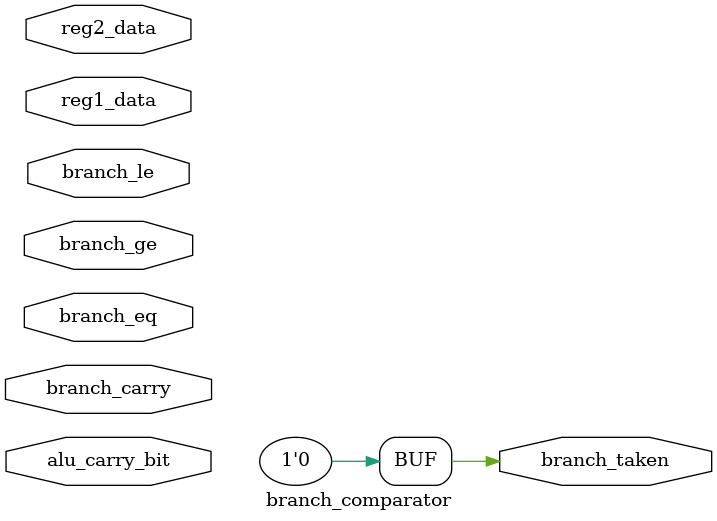
<source format=v>
`timescale 1ns/1ns

`define NOP 4'b0000
`define ARITH_2OP 4'b0001
`define ARITH_1OP 4'b0010
`define MOVI 4'b0011
`define ADDI 4'b0100
`define SUBI 4'b0101
`define LOAD 4'b0110
`define STOR 4'b0111
`define BEQ 4'b1000
`define BGE 4'b1001
`define BLE 4'b1010
`define BC 4'b1011
`define J 4'b1100
`define JL 4'b1101
`define INT 4'b1110
`define CONTROL 4'b1111

`define ADD 3'b000
`define ADDC 3'b001
`define SUB 3'b010
`define SUBB 3'b011
`define AND 3'b100
`define OR 3'b101
`define XOR 3'b110
`define XNOR 3'b111

`define NOT 3'b000
`define SHIFTL 3'b001
`define SHIFTR 3'b010
`define CP 3'b011

`define INT_DISABLE 2'b00
`define INT_ENABLE 2'b01 
`define INT_TRIGGER 2'b10

`define RETURN 12'b000000000000
`define STC    12'b000000000001
`define STB    12'b000000000010
`define RESET  12'b101010101010
`define HALT   12'b111111111111


/*
 * Module: program_counter
 * Description: Program counter.
 *              Increments by instruction word (2 bytes) every cycle unless halted.
 *              Changes to the input program counter if a branch or jump is valid. 
 */
module program_counter (
		input clk,
		input clk_en,
		input reset,
		
		output reg [15:0] pc,
		
		input branch_taken,
		input [5:0] branch_immediate, // Needs to be sign extended
		
		input jump_taken,
		input [11:0] jump_immediate // Needs to be sign extended
);

	wire [15:0] signext_branch_imm; 
	wire [15:0] signext_jump_imm; 
	
	reg [15:0] pc_next;
		
	// STEP 4: Sign extend branch_immediate and jump_immediate
	
		
	initial 
		pc <= 16'h0;
		
	always @(*) begin
		// STEP 4 : Logic for pc_next
		pc_next = pc + 2;
	end

	always @(posedge clk) begin
		if (reset)
			pc <= 16'h0;
		if (clk_en) begin
			pc <= pc_next;
		end
	end
endmodule


 /*
 * Module: instruction_decode
 * Description: Decodes the instruction. 
 *		Fields corresponding to Register numbers, ALU operation specifier, and Immediate data must be extracted.
 *		The 1-bit signal corresponding to the instruction must be asserted TRUE.
 *              All logic should be combinational.
 */
module instruction_decode (
	input [15:0] instruction,
	
	output     [2:0] alu_func,
	
	output [2:0] destination_reg,
	output [2:0] source_reg1,
	output [2:0] source_reg2,
	
	output  [11:0] immediate,
	
	output arith_2op,
	output arith_1op, 
	
	output movi_lower,
	output movi_higher,
	
	output addi,
	output subi,
	
	output load,
	output store,
	
	output branch_eq,
	output branch_ge,
	output branch_le,
	output branch_carry,
	
	output jump,
	
	output stc_cmd,
	output stb_cmd,
	output halt_cmd,
	output rst_cmd
);

// STEP 1 - decode instruction
		
endmodule




/*
 * Module: reg_file
 * Description: Register file
 */
module reg_file (
	input clk,
	input clk_en,
	input reset,
	
	// Source Register data for 1 and 2 register operations
	input [2:0] source_reg2,
	input [2:0] source_reg1,
	output [15:0] reg1_data,
	output [15:0] reg2_data,
	
	// Destination register and write back command/data for operations that write to a register
	input [2:0] destination_reg,
	input wr_destination_reg,
	input  [15:0] dest_result_data,
	
	// Source register data for STORE operations. Indexed on destination_reg input
	output [15:0] regD_data, 
	
	// Move immediate commands and data.
	input       movi_lower,
	input       movi_higher,
	input [7:0] immediate
);
		
	// STEP 2 - Registers
	reg [15:0] registers [7:0];
	
	
	// TEMPORARY - REMOVE WHEN YOU BEGIN STEP 2
	assign reg1_data = 16'h9000;
	assign reg2_data = 16'h9000;
	assign regD_data = 16'hcafe;
	
endmodule


/*
 * Module: alu
 * Description: Arithmetic Logic Unit
 *              This module contains the circuits that perform arithmetic and logic operations for the processor, and is used for the following functions:
 *              - 2 Operand Arithmetic/Logic operations:
 *                  Add, Add with Carry, Subtract, Subtract with Borrow, bitwise AND/OR/XOR/XNOR
 *              - 1 Operand Arithmetic/Logic operations:
 *                  Bitwise NOT, Shift Left, Shift Right, Register Copy
 *              - Add immediate (no carry bit)
 *              - Subtract immediate (no borrow bit)
 *              - Load and Store (Address addition - effectively the same to the ALU as Add immediate)
 *              This module does not contain the adder for the Program Counter, nor does it have the comparator logic for branches
 */
module alu (
	input        clk,
	input        clk_en,
	input        reset,
	
	input        arith_1op,
	input        arith_2op,
	input [2:0]  alu_func,
	input        addi,
	input        subi,
	input        load_or_store,
	input [15:0] reg1_data,
	input [15:0] reg2_data,
	input  [5:0] immediate,
	
	input        stc_cmd,
	input        stb_cmd,
	
	output reg        alu_carry_bit,
	output     [15:0] alu_result
);
	// Carry and Borrow bots are used for math that exceeds 16-bits, to carry or borrow a bit from one operation to the next.
	// ONLY use the carry/borrow bit for ADDC or SUBB, respectively
	// SET the carry/borrow bit for any ADD/ADDI/ADDC/STC or SUB/SUBI/SUBB/STB instruction
	
	reg alu_borrow_bit;
	
	// The full ALU result, including the extra bit for overflow or underflow. Overflow/underflow bit used for carry/borrow
	
	reg [16:0] full_result; 

	// STEP 3 - ALU
	
	// TEMPORARY - remove when you begin step 3
	assign alu_result = 16'h9000;
	
endmodule



/*
 * Module: branch comparator
 * Description: Branch comparator. Given a set of operands (register values or machine state, as in BranchOnCarryBit), 
 *              outputs a single flag that is true only if both the current instruction is a branch operation and the branch should be taken.
 */
module branch_comparator (
	input branch_eq,
	input branch_ge,
	input branch_le,
	input branch_carry,
	input [15:0] reg1_data,
	input [15:0] reg2_data,
	input alu_carry_bit,
	output reg branch_taken);
	
	
	// TEMP
	initial
	 branch_taken = 1'b0;
	
	// STEP 4: branch logic
endmodule

</source>
